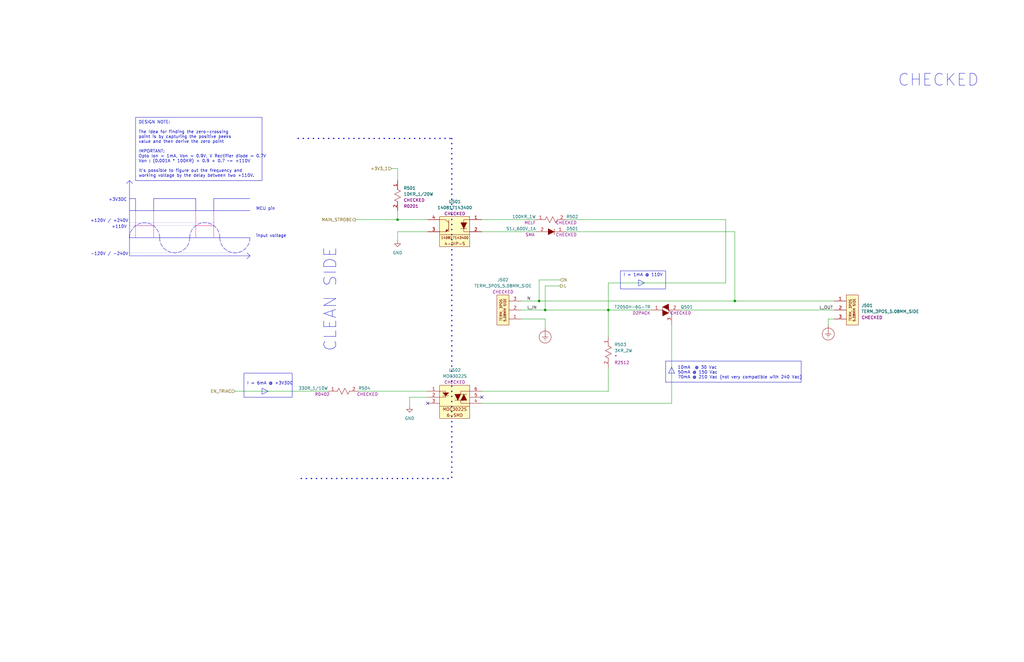
<source format=kicad_sch>
(kicad_sch (version 20230121) (generator eeschema)
  (paper "B")
  (title_block (title "Hot Plate") (date "09/15/2023") (rev "v1.0") (company "Mend0z0") (comment 1 "v1") (comment 3 "Siavash Taher Parvar") (comment 8 "N/A"))
  (lib_symbols
    (symbol "_SCHLIB_HotPlate:DIODE_S1J_600V_1A_SMA"
      (property "Reference" "D" (at 3.81 5.08 0))
      (property "Value" "S1J_600V_1A" (at 3.81 7.62 0))
      (property "SCH CHECK" "CHECKED" (at 3.81 22.86 0))
      (property "Package" "SMA" (at 3.81 25.4 0))
      (symbol "DIODE_S1J_600V_1A_SMA_0_1"
        (polyline (pts (xy 7.62 1.27) (xy 7.62 -1.27)))
        (polyline (pts (xy 5.08 1.27) (xy 5.08 -1.27) (xy 7.62 0) (xy 5.08 1.27)) (fill (type outline)))
      )
      (symbol "DIODE_S1J_600V_1A_SMA_1_1"
        (pin passive line (at 12.7 0 180) (length 5.08) (name "") (number "1"))
        (pin passive line (at 0 0 0) (length 5.08) (name "") (number "2"))
      )
    )
    (symbol "_SCHLIB_HotPlate:ISOLATOR_140817143400_4-SMD"
      (property "Reference" "U" (at 2.54 3.81 0))
      (property "Value" "140817143400" (at 2.54 6.35 0))
      (property "SCH CHECK" "CHECKED" (at 2.54 21.59 0))
      (symbol "ISOLATOR_140817143400_4-SMD_0_0"
        (polyline (pts (xy 13.97 -1.27) (xy 13.97 -6.35)))
        (polyline (pts (xy 17.78 -1.27) (xy 15.24 -1.27) (xy 15.24 -1.27)))
        (polyline (pts (xy 14.9738 -5.3631) (xy 14.2597 -5.98) (xy 15.2527 -6.3543) (xy 14.978 -5.3589)) (fill (type outline)))
        (polyline (pts (xy 15.24 -1.27) (xy 13.97 -2.54) (xy 13.97 -5.08) (xy 15.24 -6.35)))
        (text "140817143400" (at 11.43 -8.89 0) (effects (font (size 1.016 1.016))))
        (text "4-DIP-S" (at 11.43 -11.43 0) (effects (font (size 1.27 1.27))))
      )
      (symbol "ISOLATOR_140817143400_4-SMD_0_1"
        (polyline (pts (xy 5.08 -7.62) (xy 17.78 -7.62)))
        (polyline (pts (xy 6.35 -5.08) (xy 8.89 -5.08)))
        (polyline (pts (xy 17.78 -6.35) (xy 15.24 -6.35) (xy 15.24 -6.35)))
        (polyline (pts (xy 5.08 -1.27) (xy 7.62 -1.27) (xy 7.62 -6.35) (xy 5.08 -6.35)))
        (polyline (pts (xy 6.35 -2.54) (xy 8.89 -2.54) (xy 7.62 -5.08) (xy 6.35 -2.54)) (fill (type outline)))
        (rectangle (start 5.08 0) (end 17.78 -12.7) (fill (type background)))
      )
      (symbol "ISOLATOR_140817143400_4-SMD_1_1"
        (pin passive line (at 0 -1.27 0) (length 5.08) (name "") (number "1"))
        (pin passive line (at 0 -6.35 0) (length 5.08) (name "") (number "2"))
        (pin passive line (at 22.86 -6.35 180) (length 5.08) (name "") (number "3"))
        (pin passive line (at 22.86 -1.27 180) (length 5.08) (name "") (number "4"))
      )
    )
    (symbol "_SCHLIB_HotPlate:ISOLATOR_MOC3022S"
      (property "Reference" "U" (at 2.54 3.81 0))
      (property "Value" "MOC3022S" (at 2.54 6.35 0))
      (property "SCH CHECK" "CHECKED" (at 2.54 21.59 0))
      (symbol "ISOLATOR_MOC3022S_0_0"
        (text "6-SMD" (at 6.35 -12.7 0) (effects (font (size 1.27 1.27))))
        (text "MOC3022S" (at 6.35 -10.16 0) (effects (font (size 1.27 1.27))))
      )
      (symbol "ISOLATOR_MOC3022S_0_1"
        (polyline (pts (xy 0 -8.89) (xy 12.7 -8.89)))
        (polyline (pts (xy 1.27 -4.445) (xy 3.81 -4.445)))
        (polyline (pts (xy 6.35 -6.35) (xy 10.16 -6.35)))
        (polyline (pts (xy 7.62 -3.81) (xy 11.43 -3.81)))
        (polyline (pts (xy 12.7 -7.62) (xy 8.89 -7.62) (xy 8.89 -6.35)))
        (polyline (pts (xy 12.7 -2.54) (xy 8.89 -2.54) (xy 8.89 -3.81)))
        (polyline (pts (xy 0 -2.54) (xy 2.54 -2.54) (xy 2.54 -5.08) (xy 0 -5.08)))
        (polyline (pts (xy 1.27 -3.175) (xy 3.81 -3.175) (xy 2.54 -4.445) (xy 1.27 -3.175)) (fill (type outline)))
        (polyline (pts (xy 7.62 -6.35) (xy 8.89 -3.81) (xy 6.35 -3.81) (xy 7.62 -6.35)) (fill (type outline)))
        (polyline (pts (xy 10.16 -3.81) (xy 8.89 -6.35) (xy 11.43 -6.35) (xy 10.16 -3.81)) (fill (type outline)))
        (rectangle (start 0 0) (end 12.7 -13.97) (fill (type background)))
      )
      (symbol "ISOLATOR_MOC3022S_1_1"
        (pin passive line (at -5.08 -2.54 0) (length 5.08) (name "") (number "1"))
        (pin passive line (at -5.08 -5.08 0) (length 5.08) (name "") (number "2"))
        (pin passive line (at -5.08 -7.62 0) (length 5.08) (name "") (number "3"))
        (pin passive line (at 17.78 -7.62 180) (length 5.08) (name "") (number "4"))
        (pin passive line (at 17.78 -5.08 180) (length 5.08) (name "") (number "5"))
        (pin passive line (at 17.78 -2.54 180) (length 5.08) (name "") (number "6"))
      )
    )
    (symbol "_SCHLIB_HotPlate:Q_T2050H-6G-TR"
      (property "Reference" "Q" (at 2.54 3.81 0))
      (property "Value" "T2050H-6G-TR" (at 2.54 6.35 0))
      (property "SCH CHECK" "CHECKED" (at 2.54 21.59 0))
      (property "Package" "D2PACK" (at 2.54 24.13 0))
      (symbol "Q_T2050H-6G-TR_0_1"
        (polyline (pts (xy 5.08 1.27) (xy 5.08 -1.27)))
        (polyline (pts (xy 7.62 0) (xy 8.89 -1.27)))
        (polyline (pts (xy 7.62 1.27) (xy 7.62 -1.27)))
        (polyline (pts (xy 5.08 0) (xy 7.62 -1.27) (xy 5.08 -2.54) (xy 5.08 0)) (fill (type outline)))
        (polyline (pts (xy 5.08 1.27) (xy 7.62 0) (xy 7.62 2.54) (xy 5.08 1.27)) (fill (type outline)))
      )
      (symbol "Q_T2050H-6G-TR_1_1"
        (pin passive line (at 0 0 0) (length 5.08) (name "") (number "1"))
        (pin passive line (at 12.7 0 180) (length 5.08) (name "") (number "2"))
        (pin passive line (at 8.89 -6.35 90) (length 5.08) (name "") (number "3"))
      )
    )
    (symbol "_SCHLIB_HotPlate:RES_100KR_1W_MELF"
      (property "Reference" "R" (at 2.54 3.81 0))
      (property "Value" "100KR_1W" (at 2.54 6.35 0))
      (property "SCH CHECK" "CHECKED" (at 2.54 21.59 0))
      (property "Package" "MELF" (at 2.54 24.13 0))
      (symbol "RES_100KR_1W_MELF_0_0"
        (polyline (pts (xy 3.81 0) (xy 4.445 1.27) (xy 5.715 -1.27) (xy 6.985 1.27) (xy 8.255 -1.27) (xy 8.89 0)))
      )
      (symbol "RES_100KR_1W_MELF_1_1"
        (pin passive line (at 0 0 0) (length 3.81) (name "") (number "1"))
        (pin passive line (at 12.7 0 180) (length 3.81) (name "") (number "2"))
      )
    )
    (symbol "_SCHLIB_HotPlate:RES_10KR_1/20W-R0201"
      (property "Reference" "R" (at 2.54 5.08 0))
      (property "Value" "10KR_1{slash}20W" (at 2.54 7.62 0))
      (property "SCH CHECK" "CHECKED" (at 2.54 22.86 0))
      (property "Package" "R0201" (at 2.54 25.4 0))
      (symbol "RES_10KR_1/20W-R0201_0_0"
        (polyline (pts (xy 3.81 0) (xy 4.445 1.27) (xy 5.715 -1.27) (xy 6.985 1.27) (xy 8.255 -1.27) (xy 8.89 0)))
      )
      (symbol "RES_10KR_1/20W-R0201_1_1"
        (pin passive line (at 0 0 0) (length 3.81) (name "") (number "1"))
        (pin passive line (at 12.7 0 180) (length 3.81) (name "") (number "2"))
      )
    )
    (symbol "_SCHLIB_HotPlate:RES_330R_1/10W-R0402"
      (property "Reference" "R" (at 3.81 5.08 0))
      (property "Value" "330R_1{slash}10W" (at 3.81 7.62 0))
      (property "SCH CHECK" "CHECKED" (at 3.81 22.86 0))
      (property "Package" "R0402" (at 3.81 25.4 0))
      (symbol "RES_330R_1/10W-R0402_0_0"
        (polyline (pts (xy 3.81 0) (xy 4.445 1.27) (xy 5.715 -1.27) (xy 6.985 1.27) (xy 8.255 -1.27) (xy 8.89 0)))
      )
      (symbol "RES_330R_1/10W-R0402_1_1"
        (pin passive line (at 0 0 0) (length 3.81) (name "") (number "1"))
        (pin passive line (at 12.7 0 180) (length 3.81) (name "") (number "2"))
      )
    )
    (symbol "_SCHLIB_HotPlate:RES_3KR_2W_R2512"
      (property "Reference" "R" (at 3.81 3.81 0))
      (property "Value" "3KR_2W" (at 3.81 6.35 0))
      (property "SCH CHECK" "*" (at 3.81 21.59 0))
      (property "Package" "R2512" (at 3.81 24.13 0))
      (symbol "RES_3KR_2W_R2512_0_0"
        (polyline (pts (xy 3.81 0) (xy 4.445 1.27) (xy 5.715 -1.27) (xy 6.985 1.27) (xy 8.255 -1.27) (xy 8.89 0)))
      )
      (symbol "RES_3KR_2W_R2512_1_1"
        (pin passive line (at 0 0 0) (length 3.81) (name "") (number "1"))
        (pin passive line (at 12.7 0 180) (length 3.81) (name "") (number "2"))
      )
    )
    (symbol "_SCHLIB_HotPlate:TERM_3POS_5.08MM_SIDE"
      (property "Reference" "J" (at 3.81 3.81 0))
      (property "Value" "TERM_3POS_5.08MM_SIDE" (at 3.81 6.35 0))
      (property "SCH CHECK" "CHECKED" (at 3.81 21.59 0))
      (symbol "TERM_3POS_5.08MM_SIDE_0_1"
        (rectangle (start 5.08 0) (end 10.16 -12.7) (fill (type background)))
        (text "TERM, 3POS\n5.08MM SIDE" (at 7.62 -6.35 900) (effects (font (size 1.016 1.016))))
      )
      (symbol "TERM_3POS_5.08MM_SIDE_1_1"
        (pin passive line (at 0 -2.54 0) (length 5.08) (name "") (number "1"))
        (pin passive line (at 0 -6.35 0) (length 5.08) (name "") (number "2"))
        (pin passive line (at 0 -10.16 0) (length 5.08) (name "") (number "3"))
      )
    )
    (symbol "power:Earth_Protective" (power) (pin_names (offset 0))
      (symbol "Earth_Protective_0_1"
        (circle (center 0 -3.81) (radius 2.54))
        (polyline (pts (xy -0.635 -4.445) (xy 0.635 -4.445)))
        (polyline (pts (xy -0.127 -5.08) (xy 0.127 -5.08)))
        (polyline (pts (xy 0 -3.81) (xy 0 0)))
        (polyline (pts (xy 1.27 -3.81) (xy -1.27 -3.81)))
      )
      (symbol "Earth_Protective_1_1"
        (pin power_in line (at 0 0 270) (length 0) hide (name "Earth_Protective") (number "1"))
      )
    )
    (symbol "power:GND" (power) (pin_names (offset 0))
      (property "Value" "GND" (at 0 -3.81 0))
      (symbol "GND_0_1"
        (polyline (pts (xy 0 0) (xy 0 -1.27) (xy 1.27 -1.27) (xy 0 -2.54) (xy -1.27 -1.27) (xy 0 -1.27)))
      )
      (symbol "GND_1_1"
        (pin power_in line (at 0 0 270) (length 0) hide (name "GND") (number "1"))
      )
    )
  )
  (junction (at 227.33 127))
  (junction (at 309.88 127))
  (junction (at 256.54 130.81))
  (junction (at 167.64 92.71))
  (junction (at 229.87 130.81))
  (no_connect (at 203.2 167.64))
  (no_connect (at 180.34 170.18))
  (polyline (pts (xy 90.17 95.25) (xy 90.17 88.9)) (stroke (width 0) (color 255 29 154 1)))
  (wire (pts (xy 203.2 170.18) (xy 283.21 170.18)))
  (wire (pts (xy 219.71 130.81) (xy 229.87 130.81)))
  (wire (pts (xy 172.72 171.45) (xy 172.72 167.64)))
  (wire (pts (xy 227.33 127) (xy 309.88 127)))
  (polyline (pts (xy 82.55 95.25) (xy 90.17 95.25)) (stroke (width 0) (color 255 29 154 1)))
  (wire (pts (xy 309.88 97.79) (xy 309.88 127)))
  (polyline (pts (xy 54.61 83.82) (xy 57.15 83.82)))
  (wire (pts (xy 229.87 120.65) (xy 229.87 130.81)))
  (wire (pts (xy 256.54 119.38) (xy 256.54 130.81)))
  (polyline (pts (xy 280.67 161.29) (xy 337.82 161.29)))
  (polyline (pts (xy 110.49 166.37) (xy 113.03 165.1)))
  (wire (pts (xy 256.54 154.94) (xy 256.54 165.1)))
  (polyline (pts (xy 90.17 95.25) (xy 54.61 95.25)) (stroke (width 0) (type dot)))
  (polyline (pts (xy 57.15 95.25) (xy 57.15 100.33)) (stroke (width 0) (color 255 29 154 1)))
  (polyline (pts (xy 127 201.93) (xy 190.5 201.93)) (stroke (width 0.508) (type dot)))
  (polyline (pts (xy 281.94 157.48) (xy 284.48 157.48)))
  (polyline (pts (xy 64.77 88.9) (xy 64.77 83.82)))
  (polyline (pts (xy 64.77 95.25) (xy 64.77 88.9)) (stroke (width 0) (color 255 29 154 1)))
  (polyline (pts (xy 102.87 106.68) (xy 54.61 106.68)) (stroke (width 0) (type dot)))
  (polyline (pts (xy 54.61 88.9) (xy 105.41 88.9)))
  (wire (pts (xy 256.54 142.24) (xy 256.54 130.81)))
  (wire (pts (xy 287.02 130.81) (xy 351.79 130.81)))
  (wire (pts (xy 167.64 97.79) (xy 180.34 97.79)))
  (polyline (pts (xy 54.61 76.2) (xy 54.61 107.95)))
  (polyline (pts (xy 280.67 152.4) (xy 337.82 152.4)))
  (polyline (pts (xy 90.17 95.25) (xy 90.17 100.33)) (stroke (width 0) (color 255 29 154 1)))
  (polyline (pts (xy 54.61 76.2) (xy 55.88 77.47)))
  (wire (pts (xy 151.13 165.1) (xy 180.34 165.1)))
  (wire (pts (xy 167.64 92.71) (xy 180.34 92.71)))
  (polyline (pts (xy 337.82 161.29) (xy 337.82 152.4)))
  (polyline (pts (xy 57.15 95.25) (xy 57.15 88.9)) (stroke (width 0) (color 255 29 154 1)))
  (polyline (pts (xy 281.94 157.48) (xy 283.21 154.94)))
  (polyline (pts (xy 110.49 163.83) (xy 113.03 165.1)))
  (polyline (pts (xy 82.55 95.25) (xy 82.55 100.33)) (stroke (width 0) (color 255 29 154 1)))
  (polyline (pts (xy 54.61 107.95) (xy 105.41 107.95)))
  (wire (pts (xy 165.1 71.12) (xy 167.64 71.12)))
  (polyline (pts (xy 54.61 100.33) (xy 105.41 100.33)))
  (wire (pts (xy 229.87 130.81) (xy 256.54 130.81)))
  (wire (pts (xy 306.07 119.38) (xy 306.07 92.71)))
  (polyline (pts (xy 104.14 109.22) (xy 105.41 107.95)))
  (wire (pts (xy 283.21 170.18) (xy 283.21 137.16)))
  (wire (pts (xy 349.25 137.16) (xy 349.25 134.62)))
  (polyline (pts (xy 110.49 163.83) (xy 110.49 166.37)))
  (wire (pts (xy 236.22 118.11) (xy 227.33 118.11)))
  (polyline (pts (xy 57.15 95.25) (xy 64.77 95.25)) (stroke (width 0) (color 255 29 154 1)))
  (polyline (pts (xy 53.34 77.47) (xy 54.61 76.2)))
  (polyline (pts (xy 57.15 83.82) (xy 57.15 88.9)))
  (wire (pts (xy 172.72 167.64) (xy 180.34 167.64)))
  (polyline (pts (xy 284.48 157.48) (xy 283.21 154.94)))
  (wire (pts (xy 349.25 134.62) (xy 351.79 134.62)))
  (wire (pts (xy 99.06 165.1) (xy 138.43 165.1)))
  (polyline (pts (xy 64.77 95.25) (xy 64.77 100.33)) (stroke (width 0) (color 255 29 154 1)))
  (wire (pts (xy 167.64 88.9) (xy 167.64 92.71)))
  (wire (pts (xy 203.2 165.1) (xy 256.54 165.1)))
  (wire (pts (xy 229.87 134.62) (xy 219.71 134.62)))
  (wire (pts (xy 167.64 71.12) (xy 167.64 76.2)))
  (polyline (pts (xy 125.73 58.42) (xy 190.5 58.42)) (stroke (width 0.508) (type dot)))
  (polyline (pts (xy 90.17 83.82) (xy 105.41 83.82)))
  (wire (pts (xy 219.71 127) (xy 227.33 127)))
  (polyline (pts (xy 82.55 83.82) (xy 82.55 88.9)))
  (wire (pts (xy 238.76 97.79) (xy 309.88 97.79)))
  (wire (pts (xy 227.33 118.11) (xy 227.33 127)))
  (polyline (pts (xy 82.55 95.25) (xy 82.55 88.9)) (stroke (width 0) (color 255 29 154 1)))
  (wire (pts (xy 256.54 119.38) (xy 306.07 119.38)))
  (polyline (pts (xy 90.17 88.9) (xy 90.17 83.82)))
  (wire (pts (xy 236.22 120.65) (xy 229.87 120.65)))
  (wire (pts (xy 203.2 92.71) (xy 226.06 92.71)))
  (polyline (pts (xy 104.14 106.68) (xy 105.41 107.95)))
  (polyline (pts (xy 190.5 58.42) (xy 190.5 201.93)) (stroke (width 0.508) (type dot)))
  (polyline (pts (xy 90.17 93.98) (xy 54.61 93.98)) (stroke (width 0) (type dot)))
  (polyline (pts (xy 269.24 120.65) (xy 271.78 119.38)))
  (polyline (pts (xy 269.24 118.11) (xy 271.78 119.38)))
  (wire (pts (xy 238.76 92.71) (xy 306.07 92.71)))
  (wire (pts (xy 203.2 97.79) (xy 226.06 97.79)))
  (wire (pts (xy 167.64 101.6) (xy 167.64 97.79)))
  (wire (pts (xy 149.86 92.71) (xy 167.64 92.71)))
  (wire (pts (xy 309.88 127) (xy 351.79 127)))
  (polyline (pts (xy 64.77 83.82) (xy 82.55 83.82)))
  (polyline (pts (xy 269.24 118.11) (xy 269.24 120.65)))
  (polyline (pts (xy 280.67 152.4) (xy 280.67 161.29)))
  (wire (pts (xy 229.87 138.43) (xy 229.87 134.62)))
  (wire (pts (xy 256.54 130.81) (xy 274.32 130.81)))
  (arc (start 105.41 100.3656) (mid 99.06 106.6801) (end 92.71 100.3656) (stroke (width 0) (type dash)))
  (arc (start 80.01 100.2944) (mid 86.36 93.9799) (end 92.71 100.2944) (stroke (width 0) (type dash)))
  (rectangle (start 57.15 49.53) (end 110.49 76.2))
  (rectangle (start 261.62 114.3) (end 280.67 121.92))
  (rectangle (start 102.87 157.48) (end 123.19 167.64))
  (arc (start 54.61 100.33) (mid 60.96 94.0155) (end 67.31 100.33) (stroke (width 0) (type dash)))
  (arc (start 80.01 100.3656) (mid 73.66 106.6801) (end 67.31 100.3656) (stroke (width 0) (type dash)))
  (text "input voltage" (at 107.95 100.33 0) (effects (font (size 1.27 1.27)) (justify left bottom)))
  (text "I = 6mA @ +3V3DC" (at 104.14 162.56 0) (effects (font (size 1.27 1.27)) (justify left bottom)))
  (text "+120V / +240V" (at 38.1 93.98 0) (effects (font (size 1.27 1.27)) (justify left bottom)))
  (text "+3V3DC" (at 45.72 85.09 0) (effects (font (size 1.27 1.27)) (justify left bottom)))
  (text "I = 1mA @ 110V" (at 262.89 116.84 0) (effects (font (size 1.27 1.27)) (justify left bottom)))
  (text "+110V" (at 46.99 96.52 0) (effects (font (size 1.27 1.27)) (justify left bottom)))
  (text "10mA  @ 30 Vac\n50mA @ 150 Vac\n70mA @ 210 Vac (not very compatible with 240 Vac)" (at 285.75 160.02 0) (effects (font (size 1.27 1.27)) (justify left bottom)))
  (text "CLEAN SIDE" (at 142.24 148.59 90) (effects (font (size 5.08 5.08)) (justify left bottom)))
  (text "CHECKED" (at 378.46 36.83 0) (effects (font (size 5 5)) (justify left bottom)))
  (text "DESIGN NOTE:\n\nThe Idea for finding the zero-crossing\npoint is by capturing the positive peeks\nvalue and then derive the zero point\n\nIMPORTANT: \nOpto Ion = 1mA, Von = 0.9V, V Rectifier diode = 0.7V\nVon : (0.001A * 100KR) + 0.9 + 0.7 ~= +110V\n\nIt's possible to figure out the frequency and\nworking voltage by the delay between two +110V." (at 58.42 74.93 0) (effects (font (size 1.27 1.27)) (justify left bottom)))
  (text "-120V / -240V" (at 38.1 107.95 0) (effects (font (size 1.27 1.27)) (justify left bottom)))
  (text "MCU pin" (at 107.95 88.9 0) (effects (font (size 1.27 1.27)) (justify left bottom)))
  (label "L_OUT" (at 345.44 130.81 0))
  (label "L_IN" (at 222.25 130.81 0))
  (label "N" (at 222.25 127 0))
  (hierarchical_label "+3V3_1" (shape input) (at 165.1 71.12 180))
  (hierarchical_label "MAIN_STROBE" (shape output) (at 149.86 92.71 180))
  (hierarchical_label "L" (shape output) (at 236.22 120.65 0))
  (hierarchical_label "N" (shape input) (at 236.22 118.11 0))
  (hierarchical_label "EN_TRIAC" (shape input) (at 99.06 165.1 180))
  (symbol (lib_id "_SCHLIB_HotPlate:RES_10KR_1/20W-R0201") (at 167.64 76.2 270) (unit 1)
    (property "Reference" "R501" (at 170.18 79.375 90) (effects (justify left)))
    (property "Value" "10KR_1/20W" (at 170.18 81.915 90) (effects (justify left)))
    (property "Footprint" "Resistor_SMD:R_0201_0603Metric" (effects hide))
    (property "Datasheet" "https://www.seielect.com/Catalog/SEI-RMCF_RMCP.pdf" (effects hide))
    (property "Description" "10 kOhms ±1% 0.05W, 1/20W Chip Resistor 0201 (0603 Metric) Thick Film" (effects hide))
    (property "Part Number" "RMCF0201FT10K0" (effects hide))
    (property "Link" "https://www.digikey.ca/en/products/detail/stackpole-electronics-inc/RMCF0201FT10K0/1714990" (effects hide))
    (property "SCH CHECK" "CHECKED" (at 170.18 84.455 90) (effects (justify left)))
    (property "Package" "R0201" (at 170.18 86.995 90) (effects (justify left)))
  )
  (symbol (lib_id "_SCHLIB_HotPlate:DIODE_S1J_600V_1A_SMA") (at 226.06 97.79 0) (unit 1)
    (property "Reference" "D501" (at 241.3 96.52 0))
    (property "Value" "S1J_600V_1A" (at 219.71 96.52 0))
    (property "Footprint" "Diode_SMD:D_SMA" (effects hide))
    (property "Datasheet" "https://www.smc-diodes.com/propdf/S1A-S1M%20N0560%20REV.B.pdf" (effects hide))
    (property "Description" "Diode 600 V 1A Surface Mount SMA (DO-214AC)" (effects hide))
    (property "Part Number" "S1J" (effects hide))
    (property "Link" "https://www.digikey.ca/en/products/detail/smc-diode-solutions/S1J/6022595" (effects hide))
    (property "SCH CHECK" "CHECKED" (at 238.76 99.06 0))
    (property "Package" "SMA" (at 223.52 99.06 0))
  )
  (symbol (lib_id "_SCHLIB_HotPlate:ISOLATOR_140817143400_4-SMD") (at 203.2 91.44 0) (mirror y) (unit 1)
    (property "Reference" "U501" (at 191.77 85.09 0))
    (property "Value" "140817143400" (at 191.77 87.63 0))
    (property "Footprint" "Package_DIP:SMDIP-4_W7.62mm" (effects hide))
    (property "Datasheet" "https://www.we-online.com/catalog/datasheet/140817143400.pdf" (effects hide))
    (property "Description" "Optoisolator Transistor Output 5000Vrms 1 Channel 4-DIP-S" (effects hide))
    (property "Part Number" "140817143400" (effects hide))
    (property "Link" "https://www.digikey.ca/en/products/detail/w%C3%BCrth-elektronik/140817143400/13584809" (effects hide))
    (property "SCH CHECK" "CHECKED" (at 191.77 90.17 0))
  )
  (symbol (lib_id "power:GND") (at 172.72 171.45 0) (unit 1)
    (property "Reference" "#PWR0504" (effects hide))
    (property "Value" "GND" (at 172.72 176.53 0))
  )
  (symbol (lib_id "_SCHLIB_HotPlate:Q_T2050H-6G-TR") (at 274.32 130.81 0) (unit 1)
    (property "Reference" "Q501" (at 289.56 129.54 0))
    (property "Value" "T2050H-6G-TR" (at 266.7 129.54 0))
    (property "Footprint" "Package_TO_SOT_SMD:TO-263-2" (effects hide))
    (property "Datasheet" "https://www.st.com/content/ccc/resource/technical/document/datasheet/ee/23/88/1f/ec/4d/43/34/CD00161297.pdf/files/CD00161297.pdf/jcr:content/translations/en.CD00161297.pdf" (effects hide))
    (property "Description" "TRIAC Alternistor - Snubberless 600 V 20 A Surface Mount D2PAK" (effects hide))
    (property "Part Number" "T2050H-6G-TR" (effects hide))
    (property "Link" "https://www.digikey.ca/en/products/detail/stmicroelectronics/T2050H-6G-TR/7313726" (effects hide))
    (property "SCH CHECK" "CHECKED" (at 287.02 132.08 0))
    (property "Package" "D2PACK" (at 270.51 132.08 0))
  )
  (symbol (lib_id "_SCHLIB_HotPlate:RES_100KR_1W_MELF") (at 226.06 92.71 0) (unit 1)
    (property "Reference" "R502" (at 241.3 91.44 0))
    (property "Value" "100KR_1W" (at 220.98 91.44 0))
    (property "Footprint" "Resistor_SMD:R_MELF_MMB-0207" (effects hide))
    (property "Datasheet" "https://www.vishay.com/docs/20005/smm0207.pdf" (effects hide))
    (property "Description" "100 kOhms ±1% 1W Chip Resistor MELF, 0207 Anti-Sulfur, Automotive AEC-Q200, Pulse Withstanding Thin Film" (effects hide))
    (property "Part Number" "SMM02070C1003FBP00" (effects hide))
    (property "Link" "https://www.digikey.ca/en/products/detail/vishay-beyschlag-draloric-bc-components/SMM02070C1003FBP00/5304414" (effects hide))
    (property "SCH CHECK" "CHECKED" (at 238.76 93.98 0))
    (property "Package" "MELF" (at 223.52 93.98 0))
  )
  (symbol (lib_id "_SCHLIB_HotPlate:RES_3KR_2W_R2512") (at 256.54 142.24 270) (unit 1)
    (property "Reference" "R503" (at 259.08 145.415 90) (effects (justify left)))
    (property "Value" "3KR_2W" (at 259.08 147.955 90) (effects (justify left)))
    (property "Footprint" "Resistor_SMD:R_2512_6332Metric" (effects hide))
    (property "Datasheet" "https://www.te.com/commerce/DocumentDelivery/DDEController?Action=srchrtrv&DocNm=9-1773463-5&DocType=DS&DocLang=English" (effects hide))
    (property "Description" "3 kOhms ±1% 2W Chip Resistor 2512 (6432 Metric) Automotive AEC-Q200 Thick Film" (effects hide))
    (property "Part Number" "35213K0FT" (effects hide))
    (property "Link" "https://www.digikey.ca/en/products/detail/te-connectivity-passive-product/35213K0FT/4279917" (effects hide))
    (property "SCH CHECK" "*" (at 259.08 150.495 90) (effects (justify left)))
    (property "Package" "R2512" (at 259.08 153.035 90) (effects (justify left)))
  )
  (symbol (lib_id "_SCHLIB_HotPlate:TERM_3POS_5.08MM_SIDE") (at 351.79 124.46 0) (unit 1)
    (property "Reference" "J501" (at 363.22 128.905 0) (effects (justify left)))
    (property "Value" "TERM_3POS_5.08MM_SIDE" (at 363.22 131.445 0) (effects (justify left)))
    (property "Footprint" "TerminalBlock_Phoenix:TerminalBlock_Phoenix_MKDS-1,5-3-5.08_1x03_P5.08mm_Horizontal" (effects hide))
    (property "Datasheet" "https://app.adam-tech.com/products/download/data_sheet/204054/eb147a-xx-d-data-sheet.pdf" (effects hide))
    (property "Description" "3 Position Wire to Board Terminal Block Horizontal with Board 0.200\" (5.08mm) Through Hole" (effects hide))
    (property "Part Number" "EB147A-03-D" (effects hide))
    (property "Link" "https://www.digikey.ca/en/products/detail/adam-tech/EB147A-03-D/9830884" (effects hide))
    (property "SCH CHECK" "CHECKED" (at 363.22 133.985 0) (effects (justify left)))
  )
  (symbol (lib_id "_SCHLIB_HotPlate:TERM_3POS_5.08MM_SIDE") (at 219.71 137.16 180) (unit 1)
    (property "Reference" "J502" (at 212.09 118.11 0))
    (property "Value" "TERM_3POS_5.08MM_SIDE" (at 212.09 120.65 0))
    (property "Footprint" "TerminalBlock_Phoenix:TerminalBlock_Phoenix_MKDS-1,5-3-5.08_1x03_P5.08mm_Horizontal" (effects hide))
    (property "Datasheet" "https://app.adam-tech.com/products/download/data_sheet/204054/eb147a-xx-d-data-sheet.pdf" (effects hide))
    (property "Description" "3 Position Wire to Board Terminal Block Horizontal with Board 0.200\" (5.08mm) Through Hole" (effects hide))
    (property "Part Number" "EB147A-03-D" (effects hide))
    (property "Link" "https://www.digikey.ca/en/products/detail/adam-tech/EB147A-03-D/9830884" (effects hide))
    (property "SCH CHECK" "CHECKED" (at 212.09 123.19 0))
  )
  (symbol (lib_id "power:GND") (at 167.64 101.6 0) (unit 1)
    (property "Reference" "#PWR0501" (effects hide))
    (property "Value" "GND" (at 167.64 106.68 0))
  )
  (symbol (lib_id "_SCHLIB_HotPlate:ISOLATOR_MOC3022S") (at 185.42 162.56 0) (unit 1)
    (property "Reference" "U502" (at 191.77 156.21 0))
    (property "Value" "MOC3022S" (at 191.77 158.75 0))
    (property "Footprint" "Package_DIP:SMDIP-6_W7.62mm" (effects hide))
    (property "Datasheet" "https://optoelectronics.liteon.com/upload/download/DS-70-99-0019/MOC302X%20series%20201606.pdf" (effects hide))
    (property "Description" "Optoisolator Triac Output 5000Vrms 1 Channel 6-SMD" (effects hide))
    (property "Part Number" "MOC3022S" (effects hide))
    (property "Link" "https://www.digikey.ca/en/products/detail/liteon/MOC3022S/385847" (effects hide))
    (property "SCH CHECK" "CHECKED" (at 191.77 161.29 0))
  )
  (symbol (lib_id "power:Earth_Protective") (at 229.87 138.43 0) (unit 1)
    (property "Reference" "#PWR0801" (effects hide))
    (property "Value" "Earth_Protective" (effects hide))
    (instances (project "_HW_HotPlate" (path "" (reference "#PWR0801") (unit 1)) (path "" (reference "#PWR0503") (unit 1))))
  )
  (symbol (lib_id "power:Earth_Protective") (at 349.25 137.16 0) (unit 1)
    (property "Reference" "#PWR0801" (effects hide))
    (property "Value" "Earth_Protective" (effects hide))
    (instances (project "_HW_HotPlate" (path "" (reference "#PWR0801") (unit 1)) (path "" (reference "#PWR0502") (unit 1))))
  )
  (symbol (lib_id "_SCHLIB_HotPlate:RES_330R_1/10W-R0402") (at 138.43 165.1 0) (unit 1)
    (property "Reference" "R504" (at 153.67 163.83 0))
    (property "Value" "330R_1/10W" (at 132.08 163.83 0))
    (property "Footprint" "Resistor_SMD:R_0402_1005Metric" (effects hide))
    (property "Datasheet" "https://industrial.panasonic.com/cdbs/www-data/pdf/RDA0000/AOA0000C304.pdf" (effects hide))
    (property "Description" "330 Ohms ±1% 0.1W, 1/10W Chip Resistor 0402 (1005 Metric) Automotive AEC-Q200 Thick Film" (effects hide))
    (property "Part Number" "ERJ-2RKF3300X" (effects hide))
    (property "Link" "https://www.digikey.ca/en/products/detail/panasonic-electronic-components/ERJ-2RKF3300X/1746189" (effects hide))
    (property "SCH CHECK" "CHECKED" (at 154.94 166.37 0))
    (property "Package" "R0402" (at 135.89 166.37 0))
  )
)
</source>
